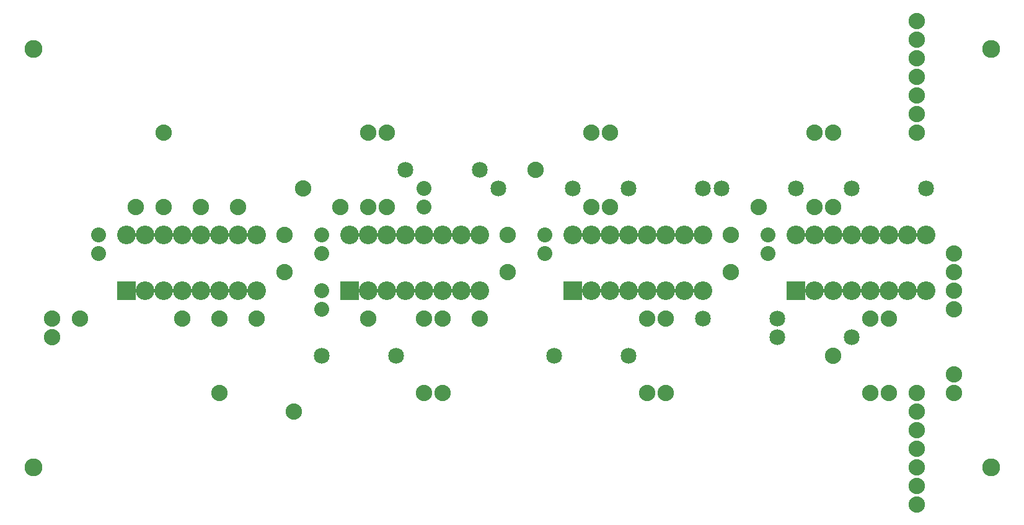
<source format=gts>
G04 MADE WITH FRITZING*
G04 WWW.FRITZING.ORG*
G04 DOUBLE SIDED*
G04 HOLES PLATED*
G04 CONTOUR ON CENTER OF CONTOUR VECTOR*
%ASAXBY*%
%FSLAX23Y23*%
%MOIN*%
%OFA0B0*%
%SFA1.0B1.0*%
%ADD10C,0.096614*%
%ADD11C,0.080000*%
%ADD12C,0.085000*%
%ADD13C,0.100551*%
%ADD14C,0.088000*%
%ADD15R,0.100551X0.100551*%
%LNMASK1*%
G90*
G70*
G54D10*
X5263Y297D03*
X5263Y2547D03*
X113Y297D03*
X113Y2547D03*
G54D11*
X2213Y1797D03*
X2213Y1697D03*
X2863Y1547D03*
X2863Y1447D03*
X1663Y1547D03*
X1663Y1447D03*
X4063Y1547D03*
X4063Y1447D03*
X463Y1547D03*
X463Y1447D03*
G54D12*
X1663Y897D03*
X2063Y897D03*
X3313Y1797D03*
X3713Y1797D03*
X2613Y1797D03*
X3013Y1797D03*
X2113Y1897D03*
X2513Y1897D03*
X3813Y1797D03*
X4213Y1797D03*
X4513Y1797D03*
X4913Y1797D03*
X4113Y997D03*
X4513Y997D03*
X3713Y1097D03*
X4113Y1097D03*
X2913Y897D03*
X3313Y897D03*
G54D11*
X1663Y1247D03*
X1663Y1147D03*
G54D13*
X613Y1247D03*
X613Y1547D03*
X713Y1247D03*
X713Y1547D03*
X813Y1247D03*
X813Y1547D03*
X913Y1247D03*
X913Y1547D03*
X1013Y1247D03*
X1013Y1547D03*
X1113Y1247D03*
X1113Y1547D03*
X1213Y1247D03*
X1213Y1547D03*
X1313Y1247D03*
X1313Y1547D03*
X1813Y1247D03*
X1813Y1547D03*
X1913Y1247D03*
X1913Y1547D03*
X2013Y1247D03*
X2013Y1547D03*
X2113Y1247D03*
X2113Y1547D03*
X2213Y1247D03*
X2213Y1547D03*
X2313Y1247D03*
X2313Y1547D03*
X2413Y1247D03*
X2413Y1547D03*
X2513Y1247D03*
X2513Y1547D03*
X3013Y1247D03*
X3013Y1547D03*
X3113Y1247D03*
X3113Y1547D03*
X3213Y1247D03*
X3213Y1547D03*
X3313Y1247D03*
X3313Y1547D03*
X3413Y1247D03*
X3413Y1547D03*
X3513Y1247D03*
X3513Y1547D03*
X3613Y1247D03*
X3613Y1547D03*
X3713Y1247D03*
X3713Y1547D03*
X4213Y1247D03*
X4213Y1547D03*
X4313Y1247D03*
X4313Y1547D03*
X4413Y1247D03*
X4413Y1547D03*
X4513Y1247D03*
X4513Y1547D03*
X4613Y1247D03*
X4613Y1547D03*
X4713Y1247D03*
X4713Y1547D03*
X4813Y1247D03*
X4813Y1547D03*
X4913Y1247D03*
X4913Y1547D03*
G54D14*
X1563Y1797D03*
X1563Y1797D03*
X1913Y1097D03*
X1913Y1097D03*
X3863Y1547D03*
X3863Y1547D03*
X3863Y1347D03*
X3863Y1347D03*
X1463Y1347D03*
X1463Y1347D03*
X1463Y1547D03*
X1463Y1547D03*
X2663Y1547D03*
X2663Y1547D03*
X2663Y1347D03*
X2663Y1347D03*
X4863Y97D03*
X4863Y197D03*
X4863Y297D03*
X4863Y397D03*
X4863Y497D03*
X4863Y597D03*
X4863Y697D03*
X4863Y97D03*
X4863Y197D03*
X4863Y297D03*
X4863Y397D03*
X4863Y497D03*
X4863Y597D03*
X4863Y697D03*
X4863Y2697D03*
X4863Y2597D03*
X4863Y2497D03*
X4863Y2397D03*
X4863Y2297D03*
X4863Y2197D03*
X4863Y2097D03*
X4863Y2697D03*
X4863Y2597D03*
X4863Y2497D03*
X4863Y2397D03*
X4863Y2297D03*
X4863Y2197D03*
X4863Y2097D03*
X2213Y1097D03*
X2313Y1097D03*
X2213Y1097D03*
X2313Y1097D03*
X3413Y697D03*
X3513Y697D03*
X3413Y697D03*
X3513Y697D03*
X4613Y1097D03*
X4713Y1097D03*
X4613Y1097D03*
X4713Y1097D03*
X4613Y697D03*
X4713Y697D03*
X4613Y697D03*
X4713Y697D03*
X2213Y697D03*
X2313Y697D03*
X2213Y697D03*
X2313Y697D03*
X3413Y1097D03*
X3513Y1097D03*
X3413Y1097D03*
X3513Y1097D03*
X4313Y1697D03*
X4413Y1697D03*
X4313Y1697D03*
X4413Y1697D03*
X4313Y2097D03*
X4413Y2097D03*
X4313Y2097D03*
X4413Y2097D03*
X3113Y1697D03*
X3213Y1697D03*
X3113Y1697D03*
X3213Y1697D03*
X1913Y2097D03*
X2013Y2097D03*
X1913Y2097D03*
X2013Y2097D03*
X3113Y2097D03*
X3213Y2097D03*
X3113Y2097D03*
X3213Y2097D03*
X1913Y1697D03*
X2013Y1697D03*
X1913Y1697D03*
X2013Y1697D03*
X5063Y797D03*
X5063Y697D03*
X5063Y797D03*
X5063Y697D03*
X213Y1097D03*
X213Y997D03*
X213Y1097D03*
X213Y997D03*
X1113Y1097D03*
X1113Y1097D03*
X1113Y697D03*
X1113Y697D03*
X4013Y1697D03*
X4013Y1697D03*
X2813Y1897D03*
X2813Y1897D03*
X1763Y1697D03*
X1763Y1697D03*
X1513Y597D03*
X1513Y597D03*
X4413Y897D03*
X4413Y897D03*
X1313Y1097D03*
X1313Y1097D03*
X2513Y1097D03*
X2513Y1097D03*
X813Y2097D03*
X813Y2097D03*
X363Y1097D03*
X363Y1097D03*
X1213Y1697D03*
X1213Y1697D03*
X1013Y1697D03*
X1013Y1697D03*
X913Y1097D03*
X913Y1097D03*
X813Y1697D03*
X813Y1697D03*
X5063Y1447D03*
X5063Y1347D03*
X5063Y1247D03*
X5063Y1147D03*
X663Y1697D03*
X663Y1697D03*
G54D15*
X613Y1247D03*
X1813Y1247D03*
X3013Y1247D03*
X4213Y1247D03*
G04 End of Mask1*
M02*
</source>
